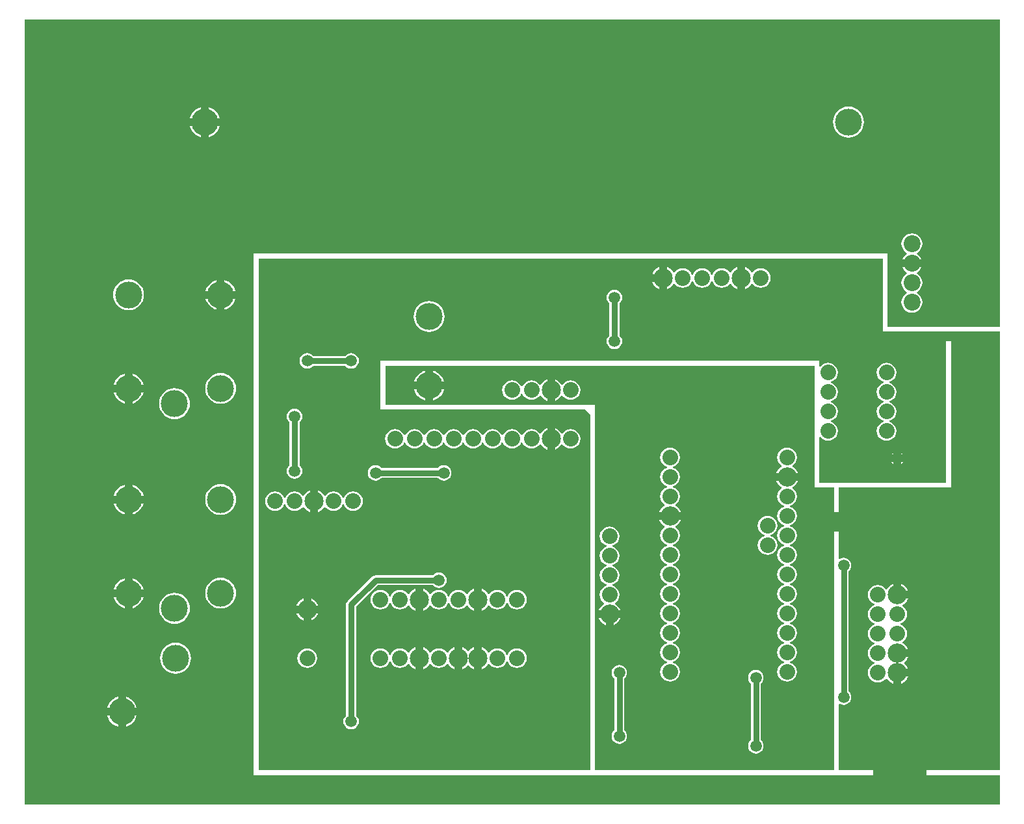
<source format=gtl>
G04 Layer_Physical_Order=1*
G04 Layer_Color=255*
%FSLAX25Y25*%
%MOIN*%
G70*
G01*
G75*
%ADD10C,0.03000*%
%ADD11C,0.13780*%
%ADD12C,0.08000*%
%ADD13C,0.09843*%
%ADD14C,0.08661*%
%ADD15C,0.05906*%
G36*
X500000Y242500D02*
X442500D01*
Y280000D01*
X117500D01*
Y12500D01*
X435000D01*
Y15000D01*
X417500D01*
Y48871D01*
X417948Y49092D01*
X418007Y49047D01*
X418968Y48649D01*
X420000Y48513D01*
X421032Y48649D01*
X421993Y49047D01*
X422819Y49681D01*
X423453Y50507D01*
X423851Y51468D01*
X423987Y52500D01*
X423851Y53532D01*
X423453Y54493D01*
X422819Y55319D01*
X422549Y55526D01*
Y116974D01*
X422819Y117181D01*
X423453Y118007D01*
X423851Y118968D01*
X423987Y120000D01*
X423851Y121032D01*
X423453Y121993D01*
X422819Y122819D01*
X421993Y123453D01*
X421032Y123851D01*
X420000Y123987D01*
X418968Y123851D01*
X418007Y123453D01*
X417948Y123408D01*
X417500Y123629D01*
Y137500D01*
X415000D01*
Y15000D01*
X292500D01*
Y202500D01*
X185000D01*
Y222500D01*
X405000D01*
Y160000D01*
X415000D01*
Y147500D01*
X417500D01*
Y160000D01*
X475000D01*
Y235000D01*
X472500D01*
Y162500D01*
X407500D01*
Y185830D01*
X408000Y186000D01*
X408434Y185434D01*
X409478Y184633D01*
X410695Y184129D01*
X412000Y183957D01*
X413305Y184129D01*
X414522Y184633D01*
X415566Y185434D01*
X416367Y186478D01*
X416871Y187695D01*
X417043Y189000D01*
X416871Y190305D01*
X416367Y191522D01*
X415566Y192566D01*
X414522Y193368D01*
X413648Y193729D01*
Y194271D01*
X414522Y194632D01*
X415566Y195434D01*
X416367Y196478D01*
X416871Y197695D01*
X417043Y199000D01*
X416871Y200305D01*
X416367Y201522D01*
X415566Y202566D01*
X414522Y203367D01*
X413648Y203729D01*
Y204271D01*
X414522Y204632D01*
X415566Y205434D01*
X416367Y206478D01*
X416871Y207695D01*
X417043Y209000D01*
X416871Y210305D01*
X416367Y211522D01*
X415566Y212566D01*
X414522Y213368D01*
X413648Y213729D01*
Y214271D01*
X414522Y214633D01*
X415566Y215434D01*
X416367Y216478D01*
X416871Y217695D01*
X417043Y219000D01*
X416871Y220305D01*
X416367Y221522D01*
X415566Y222566D01*
X414522Y223368D01*
X413305Y223871D01*
X412000Y224043D01*
X410695Y223871D01*
X409478Y223368D01*
X408434Y222566D01*
X408000Y222001D01*
X407500Y222170D01*
Y225000D01*
X182500D01*
Y200000D01*
X287500D01*
X290000Y197500D01*
Y15000D01*
X120000D01*
Y277500D01*
X440000D01*
Y240000D01*
X500000D01*
Y15000D01*
X462500D01*
Y12500D01*
X500000D01*
Y-2500D01*
X0D01*
Y400000D01*
X500000D01*
Y242500D01*
D02*
G37*
%LPC*%
G36*
X94500Y355138D02*
Y349500D01*
X100138D01*
X99825Y350534D01*
X99092Y351905D01*
X98106Y353106D01*
X96904Y354092D01*
X95534Y354824D01*
X94500Y355138D01*
D02*
G37*
G36*
X90500D02*
X89466Y354824D01*
X88095Y354092D01*
X86894Y353106D01*
X85908Y351905D01*
X85176Y350534D01*
X84862Y349500D01*
X90500D01*
Y355138D01*
D02*
G37*
G36*
X100138Y345500D02*
X94500D01*
Y339862D01*
X95534Y340176D01*
X96904Y340908D01*
X98106Y341894D01*
X99092Y343095D01*
X99825Y344466D01*
X100138Y345500D01*
D02*
G37*
G36*
X90500D02*
X84862D01*
X85176Y344466D01*
X85908Y343095D01*
X86894Y341894D01*
X88095Y340908D01*
X89466Y340176D01*
X90500Y339862D01*
Y345500D01*
D02*
G37*
G36*
X422500Y355428D02*
X420953Y355276D01*
X419466Y354824D01*
X418095Y354092D01*
X416894Y353106D01*
X415908Y351905D01*
X415175Y350534D01*
X414724Y349047D01*
X414572Y347500D01*
X414724Y345953D01*
X415175Y344466D01*
X415908Y343095D01*
X416894Y341894D01*
X418095Y340908D01*
X419466Y340176D01*
X420953Y339724D01*
X422500Y339572D01*
X424047Y339724D01*
X425534Y340176D01*
X426904Y340908D01*
X428106Y341894D01*
X429092Y343095D01*
X429824Y344466D01*
X430276Y345953D01*
X430428Y347500D01*
X430276Y349047D01*
X429824Y350534D01*
X429092Y351905D01*
X428106Y353106D01*
X426904Y354092D01*
X425534Y354824D01*
X424047Y355276D01*
X422500Y355428D01*
D02*
G37*
G36*
X455000Y290377D02*
X453608Y290194D01*
X452312Y289656D01*
X451198Y288802D01*
X450344Y287688D01*
X449806Y286392D01*
X449623Y285000D01*
X449806Y283608D01*
X450344Y282312D01*
X451198Y281198D01*
X452312Y280344D01*
X452538Y280250D01*
Y279750D01*
X452312Y279656D01*
X451198Y278802D01*
X450344Y277688D01*
X450059Y277000D01*
X455000D01*
X459941D01*
X459656Y277688D01*
X458802Y278802D01*
X457688Y279656D01*
X457462Y279750D01*
Y280250D01*
X457688Y280344D01*
X458802Y281198D01*
X459656Y282312D01*
X460193Y283608D01*
X460377Y285000D01*
X460193Y286392D01*
X459656Y287688D01*
X458802Y288802D01*
X457688Y289656D01*
X456392Y290194D01*
X455000Y290377D01*
D02*
G37*
G36*
X325500Y273081D02*
X325223Y272997D01*
X324194Y272447D01*
X323293Y271707D01*
X322553Y270806D01*
X322003Y269777D01*
X321919Y269500D01*
X325500D01*
Y273081D01*
D02*
G37*
G36*
X369500D02*
Y267500D01*
Y261919D01*
X369777Y262003D01*
X370806Y262553D01*
X371707Y263293D01*
X372447Y264194D01*
X372725Y264714D01*
X373310Y264748D01*
X373934Y263934D01*
X374978Y263133D01*
X376195Y262629D01*
X377500Y262457D01*
X378805Y262629D01*
X380022Y263133D01*
X381066Y263934D01*
X381868Y264978D01*
X382371Y266195D01*
X382543Y267500D01*
X382371Y268805D01*
X381868Y270022D01*
X381066Y271066D01*
X380022Y271867D01*
X378805Y272371D01*
X377500Y272543D01*
X376195Y272371D01*
X374978Y271867D01*
X373934Y271066D01*
X373310Y270252D01*
X372725Y270286D01*
X372447Y270806D01*
X371707Y271707D01*
X370806Y272447D01*
X369777Y272997D01*
X369500Y273081D01*
D02*
G37*
G36*
X329500D02*
Y267500D01*
Y261919D01*
X329777Y262003D01*
X330806Y262553D01*
X331707Y263293D01*
X332447Y264194D01*
X332725Y264714D01*
X333310Y264748D01*
X333934Y263934D01*
X334978Y263133D01*
X336195Y262629D01*
X337500Y262457D01*
X338805Y262629D01*
X340022Y263133D01*
X341066Y263934D01*
X341867Y264978D01*
X342229Y265852D01*
X342771D01*
X343132Y264978D01*
X343934Y263934D01*
X344978Y263133D01*
X346195Y262629D01*
X347500Y262457D01*
X348805Y262629D01*
X350022Y263133D01*
X351066Y263934D01*
X351868Y264978D01*
X352229Y265852D01*
X352771D01*
X353133Y264978D01*
X353934Y263934D01*
X354978Y263133D01*
X356195Y262629D01*
X357500Y262457D01*
X358805Y262629D01*
X360022Y263133D01*
X361066Y263934D01*
X361690Y264748D01*
X362275Y264714D01*
X362553Y264194D01*
X363293Y263293D01*
X364194Y262553D01*
X365223Y262003D01*
X365500Y261919D01*
Y267500D01*
Y273081D01*
X365223Y272997D01*
X364194Y272447D01*
X363293Y271707D01*
X362553Y270806D01*
X362275Y270286D01*
X361690Y270252D01*
X361066Y271066D01*
X360022Y271867D01*
X358805Y272371D01*
X357500Y272543D01*
X356195Y272371D01*
X354978Y271867D01*
X353934Y271066D01*
X353133Y270022D01*
X352771Y269148D01*
X352229D01*
X351868Y270022D01*
X351066Y271066D01*
X350022Y271867D01*
X348805Y272371D01*
X347500Y272543D01*
X346195Y272371D01*
X344978Y271867D01*
X343934Y271066D01*
X343132Y270022D01*
X342771Y269148D01*
X342229D01*
X341867Y270022D01*
X341066Y271066D01*
X340022Y271867D01*
X338805Y272371D01*
X337500Y272543D01*
X336195Y272371D01*
X334978Y271867D01*
X333934Y271066D01*
X333310Y270252D01*
X332725Y270286D01*
X332447Y270806D01*
X331707Y271707D01*
X330806Y272447D01*
X329777Y272997D01*
X329500Y273081D01*
D02*
G37*
G36*
X325500Y265500D02*
X321919D01*
X322003Y265223D01*
X322553Y264194D01*
X323293Y263293D01*
X324194Y262553D01*
X325223Y262003D01*
X325500Y261919D01*
Y265500D01*
D02*
G37*
G36*
X102610Y266555D02*
Y260917D01*
X108248D01*
X107935Y261951D01*
X107202Y263322D01*
X106216Y264523D01*
X105015Y265509D01*
X103644Y266242D01*
X102610Y266555D01*
D02*
G37*
G36*
X98610D02*
X97576Y266242D01*
X96206Y265509D01*
X95004Y264523D01*
X94018Y263322D01*
X93286Y261951D01*
X92972Y260917D01*
X98610D01*
Y266555D01*
D02*
G37*
G36*
X108248Y256917D02*
X102610D01*
Y251279D01*
X103644Y251593D01*
X105015Y252326D01*
X106216Y253311D01*
X107202Y254513D01*
X107935Y255883D01*
X108248Y256917D01*
D02*
G37*
G36*
X98610D02*
X92972D01*
X93286Y255883D01*
X94018Y254513D01*
X95004Y253311D01*
X96206Y252326D01*
X97576Y251593D01*
X98610Y251279D01*
Y256917D01*
D02*
G37*
G36*
X53366Y266845D02*
X51819Y266693D01*
X50332Y266242D01*
X48962Y265509D01*
X47760Y264523D01*
X46774Y263322D01*
X46042Y261951D01*
X45590Y260464D01*
X45438Y258917D01*
X45590Y257371D01*
X46042Y255883D01*
X46774Y254513D01*
X47760Y253311D01*
X48962Y252326D01*
X50332Y251593D01*
X51819Y251142D01*
X53366Y250989D01*
X54913Y251142D01*
X56400Y251593D01*
X57771Y252326D01*
X58972Y253311D01*
X59958Y254513D01*
X60691Y255883D01*
X61142Y257371D01*
X61294Y258917D01*
X61142Y260464D01*
X60691Y261951D01*
X59958Y263322D01*
X58972Y264523D01*
X57771Y265509D01*
X56400Y266242D01*
X54913Y266693D01*
X53366Y266845D01*
D02*
G37*
G36*
X459941Y273000D02*
X455000D01*
X450059D01*
X450344Y272312D01*
X451198Y271198D01*
X452312Y270344D01*
X452538Y270250D01*
Y269750D01*
X452312Y269656D01*
X451198Y268802D01*
X450344Y267688D01*
X449806Y266392D01*
X449623Y265000D01*
X449806Y263608D01*
X450344Y262312D01*
X451198Y261198D01*
X452312Y260344D01*
X452538Y260250D01*
Y259750D01*
X452312Y259656D01*
X451198Y258802D01*
X450344Y257688D01*
X449806Y256392D01*
X449623Y255000D01*
X449806Y253608D01*
X450344Y252312D01*
X451198Y251198D01*
X452312Y250344D01*
X453608Y249806D01*
X455000Y249623D01*
X456392Y249806D01*
X457688Y250344D01*
X458802Y251198D01*
X459656Y252312D01*
X460193Y253608D01*
X460377Y255000D01*
X460193Y256392D01*
X459656Y257688D01*
X458802Y258802D01*
X457688Y259656D01*
X457462Y259750D01*
Y260250D01*
X457688Y260344D01*
X458802Y261198D01*
X459656Y262312D01*
X460193Y263608D01*
X460377Y265000D01*
X460193Y266392D01*
X459656Y267688D01*
X458802Y268802D01*
X457688Y269656D01*
X457462Y269750D01*
Y270250D01*
X457688Y270344D01*
X458802Y271198D01*
X459656Y272312D01*
X459941Y273000D01*
D02*
G37*
G36*
X207500Y255644D02*
X205953Y255492D01*
X204466Y255041D01*
X203096Y254308D01*
X201894Y253322D01*
X200908Y252121D01*
X200175Y250750D01*
X199724Y249263D01*
X199572Y247716D01*
X199724Y246170D01*
X200175Y244683D01*
X200908Y243312D01*
X201894Y242111D01*
X203096Y241125D01*
X204466Y240392D01*
X205953Y239941D01*
X207500Y239789D01*
X209047Y239941D01*
X210534Y240392D01*
X211905Y241125D01*
X213106Y242111D01*
X214092Y243312D01*
X214825Y244683D01*
X215276Y246170D01*
X215428Y247716D01*
X215276Y249263D01*
X214825Y250750D01*
X214092Y252121D01*
X213106Y253322D01*
X211905Y254308D01*
X210534Y255041D01*
X209047Y255492D01*
X207500Y255644D01*
D02*
G37*
G36*
X302500Y261487D02*
X301468Y261351D01*
X300507Y260953D01*
X299681Y260319D01*
X299047Y259493D01*
X298649Y258532D01*
X298513Y257500D01*
X298649Y256468D01*
X299047Y255507D01*
X299681Y254681D01*
X299951Y254474D01*
Y238026D01*
X299681Y237819D01*
X299047Y236993D01*
X298649Y236032D01*
X298513Y235000D01*
X298649Y233968D01*
X299047Y233007D01*
X299681Y232181D01*
X300507Y231547D01*
X301468Y231149D01*
X302500Y231013D01*
X303532Y231149D01*
X304493Y231547D01*
X305319Y232181D01*
X305953Y233007D01*
X306351Y233968D01*
X306487Y235000D01*
X306351Y236032D01*
X305953Y236993D01*
X305319Y237819D01*
X305049Y238026D01*
Y254474D01*
X305319Y254681D01*
X305953Y255507D01*
X306351Y256468D01*
X306487Y257500D01*
X306351Y258532D01*
X305953Y259493D01*
X305319Y260319D01*
X304493Y260953D01*
X303532Y261351D01*
X302500Y261487D01*
D02*
G37*
G36*
X167500Y228987D02*
X166468Y228851D01*
X165507Y228453D01*
X164681Y227819D01*
X164474Y227549D01*
X148026D01*
X147819Y227819D01*
X146993Y228453D01*
X146032Y228851D01*
X145000Y228987D01*
X143968Y228851D01*
X143007Y228453D01*
X142181Y227819D01*
X141547Y226993D01*
X141149Y226032D01*
X141013Y225000D01*
X141149Y223968D01*
X141547Y223007D01*
X142181Y222181D01*
X143007Y221547D01*
X143968Y221149D01*
X145000Y221013D01*
X146032Y221149D01*
X146993Y221547D01*
X147819Y222181D01*
X148026Y222451D01*
X164474D01*
X164681Y222181D01*
X165507Y221547D01*
X166468Y221149D01*
X167500Y221013D01*
X168532Y221149D01*
X169493Y221547D01*
X170319Y222181D01*
X170953Y223007D01*
X171351Y223968D01*
X171487Y225000D01*
X171351Y226032D01*
X170953Y226993D01*
X170319Y227819D01*
X169493Y228453D01*
X168532Y228851D01*
X167500Y228987D01*
D02*
G37*
G36*
X209500Y219921D02*
Y214283D01*
X215138D01*
X214825Y215317D01*
X214092Y216688D01*
X213106Y217889D01*
X211905Y218875D01*
X210534Y219608D01*
X209500Y219921D01*
D02*
G37*
G36*
X205500D02*
X204466Y219608D01*
X203096Y218875D01*
X201894Y217889D01*
X200908Y216688D01*
X200175Y215317D01*
X199862Y214283D01*
X205500D01*
Y219921D01*
D02*
G37*
G36*
X55366Y218524D02*
Y212886D01*
X61004D01*
X60691Y213920D01*
X59958Y215290D01*
X58972Y216492D01*
X57771Y217478D01*
X56400Y218210D01*
X55366Y218524D01*
D02*
G37*
G36*
X51366D02*
X50332Y218210D01*
X48962Y217478D01*
X47760Y216492D01*
X46774Y215290D01*
X46042Y213920D01*
X45728Y212886D01*
X51366D01*
Y218524D01*
D02*
G37*
G36*
X268000Y215581D02*
X267723Y215497D01*
X266694Y214947D01*
X265793Y214207D01*
X265053Y213306D01*
X264775Y212786D01*
X264190Y212753D01*
X263566Y213566D01*
X262522Y214368D01*
X261305Y214871D01*
X260000Y215043D01*
X258695Y214871D01*
X257478Y214368D01*
X256434Y213566D01*
X255632Y212522D01*
X255271Y211648D01*
X254729D01*
X254367Y212522D01*
X253566Y213566D01*
X252522Y214368D01*
X251305Y214871D01*
X250000Y215043D01*
X248695Y214871D01*
X247478Y214368D01*
X246434Y213566D01*
X245633Y212522D01*
X245129Y211305D01*
X244957Y210000D01*
X245129Y208695D01*
X245633Y207478D01*
X246434Y206434D01*
X247478Y205632D01*
X248695Y205129D01*
X250000Y204957D01*
X251305Y205129D01*
X252522Y205632D01*
X253566Y206434D01*
X254367Y207478D01*
X254729Y208352D01*
X255271D01*
X255632Y207478D01*
X256434Y206434D01*
X257478Y205632D01*
X258695Y205129D01*
X260000Y204957D01*
X261305Y205129D01*
X262522Y205632D01*
X263566Y206434D01*
X264190Y207247D01*
X264775Y207214D01*
X265053Y206694D01*
X265793Y205793D01*
X266694Y205053D01*
X267723Y204503D01*
X268000Y204419D01*
Y210000D01*
Y215581D01*
D02*
G37*
G36*
X272000Y215581D02*
Y210000D01*
Y204419D01*
X272277Y204503D01*
X273306Y205053D01*
X274207Y205793D01*
X274947Y206694D01*
X275225Y207214D01*
X275810Y207247D01*
X276434Y206434D01*
X277478Y205632D01*
X278695Y205129D01*
X280000Y204957D01*
X281305Y205129D01*
X282522Y205632D01*
X283566Y206434D01*
X284367Y207478D01*
X284871Y208695D01*
X285043Y210000D01*
X284871Y211305D01*
X284367Y212522D01*
X283566Y213566D01*
X282522Y214368D01*
X281305Y214871D01*
X280000Y215043D01*
X278695Y214871D01*
X277478Y214368D01*
X276434Y213566D01*
X275810Y212753D01*
X275225Y212786D01*
X274947Y213306D01*
X274207Y214207D01*
X273306Y214947D01*
X272277Y215497D01*
X272000Y215581D01*
D02*
G37*
G36*
X215138Y210283D02*
X209500D01*
Y204645D01*
X210534Y204959D01*
X211905Y205692D01*
X213106Y206678D01*
X214092Y207879D01*
X214825Y209250D01*
X215138Y210283D01*
D02*
G37*
G36*
X205500D02*
X199862D01*
X200175Y209250D01*
X200908Y207879D01*
X201894Y206678D01*
X203096Y205692D01*
X204466Y204959D01*
X205500Y204645D01*
Y210283D01*
D02*
G37*
G36*
X61004Y208886D02*
X55366D01*
Y203248D01*
X56400Y203561D01*
X57771Y204294D01*
X58972Y205280D01*
X59958Y206481D01*
X60691Y207852D01*
X61004Y208886D01*
D02*
G37*
G36*
X51366D02*
X45728D01*
X46042Y207852D01*
X46774Y206481D01*
X47760Y205280D01*
X48962Y204294D01*
X50332Y203561D01*
X51366Y203248D01*
Y208886D01*
D02*
G37*
G36*
X100610Y218814D02*
X99064Y218661D01*
X97576Y218210D01*
X96206Y217478D01*
X95004Y216492D01*
X94018Y215290D01*
X93286Y213920D01*
X92835Y212433D01*
X92682Y210886D01*
X92835Y209339D01*
X93286Y207852D01*
X94018Y206481D01*
X95004Y205280D01*
X96206Y204294D01*
X97576Y203561D01*
X99064Y203110D01*
X100610Y202958D01*
X102157Y203110D01*
X103644Y203561D01*
X105015Y204294D01*
X106216Y205280D01*
X107202Y206481D01*
X107935Y207852D01*
X108386Y209339D01*
X108538Y210886D01*
X108386Y212433D01*
X107935Y213920D01*
X107202Y215290D01*
X106216Y216492D01*
X105015Y217478D01*
X103644Y218210D01*
X102157Y218661D01*
X100610Y218814D01*
D02*
G37*
G36*
X76988Y210940D02*
X75441Y210787D01*
X73954Y210336D01*
X72584Y209604D01*
X71382Y208618D01*
X70396Y207416D01*
X69664Y206046D01*
X69213Y204558D01*
X69060Y203012D01*
X69213Y201465D01*
X69664Y199978D01*
X70396Y198607D01*
X71382Y197406D01*
X72584Y196420D01*
X73954Y195687D01*
X75441Y195236D01*
X76988Y195084D01*
X78535Y195236D01*
X80022Y195687D01*
X81393Y196420D01*
X82594Y197406D01*
X83580Y198607D01*
X84313Y199978D01*
X84764Y201465D01*
X84916Y203012D01*
X84764Y204558D01*
X84313Y206046D01*
X83580Y207416D01*
X82594Y208618D01*
X81393Y209604D01*
X80022Y210336D01*
X78535Y210787D01*
X76988Y210940D01*
D02*
G37*
G36*
X268000Y190581D02*
X267723Y190497D01*
X266694Y189947D01*
X265793Y189207D01*
X265053Y188306D01*
X264775Y187786D01*
X264190Y187752D01*
X263566Y188566D01*
X262522Y189367D01*
X261305Y189871D01*
X260000Y190043D01*
X258695Y189871D01*
X257478Y189367D01*
X256434Y188566D01*
X255632Y187522D01*
X255271Y186648D01*
X254729D01*
X254367Y187522D01*
X253566Y188566D01*
X252522Y189367D01*
X251305Y189871D01*
X250000Y190043D01*
X248695Y189871D01*
X247478Y189367D01*
X246434Y188566D01*
X245633Y187522D01*
X245271Y186648D01*
X244729D01*
X244368Y187522D01*
X243566Y188566D01*
X242522Y189367D01*
X241305Y189871D01*
X240000Y190043D01*
X238695Y189871D01*
X237478Y189367D01*
X236434Y188566D01*
X235632Y187522D01*
X235271Y186648D01*
X234729D01*
X234367Y187522D01*
X233566Y188566D01*
X232522Y189367D01*
X231305Y189871D01*
X230000Y190043D01*
X228695Y189871D01*
X227478Y189367D01*
X226434Y188566D01*
X225633Y187522D01*
X225271Y186648D01*
X224729D01*
X224367Y187522D01*
X223566Y188566D01*
X222522Y189367D01*
X221305Y189871D01*
X220000Y190043D01*
X218695Y189871D01*
X217478Y189367D01*
X216434Y188566D01*
X215633Y187522D01*
X215271Y186648D01*
X214729D01*
X214368Y187522D01*
X213566Y188566D01*
X212522Y189367D01*
X211305Y189871D01*
X210000Y190043D01*
X208695Y189871D01*
X207478Y189367D01*
X206434Y188566D01*
X205632Y187522D01*
X205271Y186648D01*
X204729D01*
X204367Y187522D01*
X203566Y188566D01*
X202522Y189367D01*
X201305Y189871D01*
X200000Y190043D01*
X198695Y189871D01*
X197478Y189367D01*
X196434Y188566D01*
X195633Y187522D01*
X195271Y186648D01*
X194729D01*
X194368Y187522D01*
X193566Y188566D01*
X192522Y189367D01*
X191305Y189871D01*
X190000Y190043D01*
X188695Y189871D01*
X187478Y189367D01*
X186434Y188566D01*
X185633Y187522D01*
X185129Y186305D01*
X184957Y185000D01*
X185129Y183695D01*
X185633Y182478D01*
X186434Y181434D01*
X187478Y180632D01*
X188695Y180129D01*
X190000Y179957D01*
X191305Y180129D01*
X192522Y180632D01*
X193566Y181434D01*
X194368Y182478D01*
X194729Y183352D01*
X195271D01*
X195633Y182478D01*
X196434Y181434D01*
X197478Y180632D01*
X198695Y180129D01*
X200000Y179957D01*
X201305Y180129D01*
X202522Y180632D01*
X203566Y181434D01*
X204367Y182478D01*
X204729Y183352D01*
X205271D01*
X205632Y182478D01*
X206434Y181434D01*
X207478Y180632D01*
X208695Y180129D01*
X210000Y179957D01*
X211305Y180129D01*
X212522Y180632D01*
X213566Y181434D01*
X214368Y182478D01*
X214729Y183352D01*
X215271D01*
X215633Y182478D01*
X216434Y181434D01*
X217478Y180632D01*
X218695Y180129D01*
X220000Y179957D01*
X221305Y180129D01*
X222522Y180632D01*
X223566Y181434D01*
X224367Y182478D01*
X224729Y183352D01*
X225271D01*
X225633Y182478D01*
X226434Y181434D01*
X227478Y180632D01*
X228695Y180129D01*
X230000Y179957D01*
X231305Y180129D01*
X232522Y180632D01*
X233566Y181434D01*
X234367Y182478D01*
X234729Y183352D01*
X235271D01*
X235632Y182478D01*
X236434Y181434D01*
X237478Y180632D01*
X238695Y180129D01*
X240000Y179957D01*
X241305Y180129D01*
X242522Y180632D01*
X243566Y181434D01*
X244368Y182478D01*
X244729Y183352D01*
X245271D01*
X245633Y182478D01*
X246434Y181434D01*
X247478Y180632D01*
X248695Y180129D01*
X250000Y179957D01*
X251305Y180129D01*
X252522Y180632D01*
X253566Y181434D01*
X254367Y182478D01*
X254729Y183352D01*
X255271D01*
X255632Y182478D01*
X256434Y181434D01*
X257478Y180632D01*
X258695Y180129D01*
X260000Y179957D01*
X261305Y180129D01*
X262522Y180632D01*
X263566Y181434D01*
X264190Y182247D01*
X264775Y182214D01*
X265053Y181694D01*
X265793Y180793D01*
X266694Y180053D01*
X267723Y179503D01*
X268000Y179419D01*
Y185000D01*
Y190581D01*
D02*
G37*
G36*
X442000Y224043D02*
X440695Y223871D01*
X439478Y223368D01*
X438434Y222566D01*
X437633Y221522D01*
X437129Y220305D01*
X436957Y219000D01*
X437129Y217695D01*
X437633Y216478D01*
X438434Y215434D01*
X439478Y214633D01*
X440352Y214271D01*
Y213729D01*
X439478Y213368D01*
X438434Y212566D01*
X437633Y211522D01*
X437129Y210305D01*
X436957Y209000D01*
X437129Y207695D01*
X437633Y206478D01*
X438434Y205434D01*
X439478Y204632D01*
X440352Y204271D01*
Y203729D01*
X439478Y203367D01*
X438434Y202566D01*
X437633Y201522D01*
X437129Y200305D01*
X436957Y199000D01*
X437129Y197695D01*
X437633Y196478D01*
X438434Y195434D01*
X439478Y194632D01*
X440352Y194271D01*
Y193729D01*
X439478Y193368D01*
X438434Y192566D01*
X437633Y191522D01*
X437129Y190305D01*
X436957Y189000D01*
X437129Y187695D01*
X437633Y186478D01*
X438434Y185434D01*
X439478Y184633D01*
X440695Y184129D01*
X442000Y183957D01*
X443305Y184129D01*
X444522Y184633D01*
X445566Y185434D01*
X446368Y186478D01*
X446871Y187695D01*
X447043Y189000D01*
X446871Y190305D01*
X446368Y191522D01*
X445566Y192566D01*
X444522Y193368D01*
X443648Y193729D01*
Y194271D01*
X444522Y194632D01*
X445566Y195434D01*
X446368Y196478D01*
X446871Y197695D01*
X447043Y199000D01*
X446871Y200305D01*
X446368Y201522D01*
X445566Y202566D01*
X444522Y203367D01*
X443648Y203729D01*
Y204271D01*
X444522Y204632D01*
X445566Y205434D01*
X446368Y206478D01*
X446871Y207695D01*
X447043Y209000D01*
X446871Y210305D01*
X446368Y211522D01*
X445566Y212566D01*
X444522Y213368D01*
X443648Y213729D01*
Y214271D01*
X444522Y214633D01*
X445566Y215434D01*
X446368Y216478D01*
X446871Y217695D01*
X447043Y219000D01*
X446871Y220305D01*
X446368Y221522D01*
X445566Y222566D01*
X444522Y223368D01*
X443305Y223871D01*
X442000Y224043D01*
D02*
G37*
G36*
X272000Y190581D02*
Y185000D01*
Y179419D01*
X272277Y179503D01*
X273306Y180053D01*
X274207Y180793D01*
X274947Y181694D01*
X275225Y182214D01*
X275810Y182247D01*
X276434Y181434D01*
X277478Y180632D01*
X278695Y180129D01*
X280000Y179957D01*
X281305Y180129D01*
X282522Y180632D01*
X283566Y181434D01*
X284367Y182478D01*
X284871Y183695D01*
X285043Y185000D01*
X284871Y186305D01*
X284367Y187522D01*
X283566Y188566D01*
X282522Y189367D01*
X281305Y189871D01*
X280000Y190043D01*
X278695Y189871D01*
X277478Y189367D01*
X276434Y188566D01*
X275810Y187752D01*
X275225Y187786D01*
X274947Y188306D01*
X274207Y189207D01*
X273306Y189947D01*
X272277Y190497D01*
X272000Y190581D01*
D02*
G37*
G36*
X449500Y177877D02*
Y177000D01*
X450377D01*
X449996Y177496D01*
X449500Y177877D01*
D02*
G37*
G36*
X445500D02*
X445004Y177496D01*
X444623Y177000D01*
X445500D01*
Y177877D01*
D02*
G37*
G36*
X450377Y173000D02*
X449500D01*
Y172123D01*
X449996Y172504D01*
X450377Y173000D01*
D02*
G37*
G36*
X445500D02*
X444623D01*
X445004Y172504D01*
X445500Y172123D01*
Y173000D01*
D02*
G37*
G36*
X215000Y171487D02*
X213968Y171351D01*
X213007Y170953D01*
X212181Y170319D01*
X211974Y170049D01*
X183026D01*
X182819Y170319D01*
X181993Y170953D01*
X181032Y171351D01*
X180000Y171487D01*
X178968Y171351D01*
X178007Y170953D01*
X177181Y170319D01*
X176547Y169493D01*
X176149Y168532D01*
X176013Y167500D01*
X176149Y166468D01*
X176547Y165507D01*
X177181Y164681D01*
X178007Y164047D01*
X178968Y163649D01*
X180000Y163513D01*
X181032Y163649D01*
X181993Y164047D01*
X182819Y164681D01*
X183026Y164951D01*
X211974D01*
X212181Y164681D01*
X213007Y164047D01*
X213968Y163649D01*
X215000Y163513D01*
X216032Y163649D01*
X216993Y164047D01*
X217819Y164681D01*
X218453Y165507D01*
X218851Y166468D01*
X218987Y167500D01*
X218851Y168532D01*
X218453Y169493D01*
X217819Y170319D01*
X216993Y170953D01*
X216032Y171351D01*
X215000Y171487D01*
D02*
G37*
G36*
X391000Y180543D02*
X389695Y180371D01*
X388478Y179867D01*
X387434Y179066D01*
X386632Y178022D01*
X386129Y176805D01*
X385957Y175500D01*
X386129Y174195D01*
X386632Y172978D01*
X387434Y171934D01*
X388247Y171310D01*
X388214Y170725D01*
X387694Y170447D01*
X386793Y169707D01*
X386053Y168806D01*
X385503Y167777D01*
X385419Y167500D01*
X396581D01*
X396497Y167777D01*
X395947Y168806D01*
X395207Y169707D01*
X394306Y170447D01*
X393786Y170725D01*
X393753Y171310D01*
X394566Y171934D01*
X395368Y172978D01*
X395871Y174195D01*
X396043Y175500D01*
X395871Y176805D01*
X395368Y178022D01*
X394566Y179066D01*
X393522Y179867D01*
X392305Y180371D01*
X391000Y180543D01*
D02*
G37*
G36*
X138500Y200487D02*
X137468Y200351D01*
X136507Y199953D01*
X135681Y199319D01*
X135047Y198493D01*
X134649Y197532D01*
X134513Y196500D01*
X134649Y195468D01*
X135047Y194507D01*
X135681Y193681D01*
X135951Y193474D01*
Y171526D01*
X135681Y171319D01*
X135047Y170493D01*
X134649Y169532D01*
X134513Y168500D01*
X134649Y167468D01*
X135047Y166507D01*
X135681Y165681D01*
X136507Y165047D01*
X137468Y164649D01*
X138500Y164513D01*
X139532Y164649D01*
X140493Y165047D01*
X141319Y165681D01*
X141953Y166507D01*
X142351Y167468D01*
X142487Y168500D01*
X142351Y169532D01*
X141953Y170493D01*
X141319Y171319D01*
X141049Y171526D01*
Y193474D01*
X141319Y193681D01*
X141953Y194507D01*
X142351Y195468D01*
X142487Y196500D01*
X142351Y197532D01*
X141953Y198493D01*
X141319Y199319D01*
X140493Y199953D01*
X139532Y200351D01*
X138500Y200487D01*
D02*
G37*
G36*
X55366Y161555D02*
Y155917D01*
X61004D01*
X60691Y156951D01*
X59958Y158322D01*
X58972Y159523D01*
X57771Y160509D01*
X56400Y161242D01*
X55366Y161555D01*
D02*
G37*
G36*
X51366D02*
X50332Y161242D01*
X48962Y160509D01*
X47760Y159523D01*
X46774Y158322D01*
X46042Y156951D01*
X45728Y155917D01*
X51366D01*
Y161555D01*
D02*
G37*
G36*
X146500Y158581D02*
X146223Y158497D01*
X145194Y157947D01*
X144293Y157207D01*
X143553Y156306D01*
X143275Y155786D01*
X142690Y155753D01*
X142066Y156566D01*
X141022Y157368D01*
X139805Y157871D01*
X138500Y158043D01*
X137195Y157871D01*
X135978Y157368D01*
X134934Y156566D01*
X134133Y155522D01*
X133771Y154648D01*
X133229D01*
X132868Y155522D01*
X132066Y156566D01*
X131022Y157368D01*
X129805Y157871D01*
X128500Y158043D01*
X127195Y157871D01*
X125978Y157368D01*
X124934Y156566D01*
X124133Y155522D01*
X123629Y154305D01*
X123457Y153000D01*
X123629Y151695D01*
X124133Y150478D01*
X124934Y149434D01*
X125978Y148633D01*
X127195Y148129D01*
X128500Y147957D01*
X129805Y148129D01*
X131022Y148633D01*
X132066Y149434D01*
X132868Y150478D01*
X133229Y151352D01*
X133771D01*
X134133Y150478D01*
X134934Y149434D01*
X135978Y148633D01*
X137195Y148129D01*
X138500Y147957D01*
X139805Y148129D01*
X141022Y148633D01*
X142066Y149434D01*
X142690Y150248D01*
X143275Y150214D01*
X143553Y149694D01*
X144293Y148793D01*
X145194Y148053D01*
X146223Y147503D01*
X146500Y147419D01*
Y153000D01*
Y158581D01*
D02*
G37*
G36*
X150500D02*
Y153000D01*
Y147419D01*
X150777Y147503D01*
X151806Y148053D01*
X152707Y148793D01*
X153447Y149694D01*
X153725Y150214D01*
X154310Y150248D01*
X154934Y149434D01*
X155978Y148633D01*
X157195Y148129D01*
X158500Y147957D01*
X159805Y148129D01*
X161022Y148633D01*
X162066Y149434D01*
X162867Y150478D01*
X163229Y151352D01*
X163771D01*
X164132Y150478D01*
X164934Y149434D01*
X165978Y148633D01*
X167195Y148129D01*
X168500Y147957D01*
X169805Y148129D01*
X171022Y148633D01*
X172066Y149434D01*
X172868Y150478D01*
X173371Y151695D01*
X173543Y153000D01*
X173371Y154305D01*
X172868Y155522D01*
X172066Y156566D01*
X171022Y157368D01*
X169805Y157871D01*
X168500Y158043D01*
X167195Y157871D01*
X165978Y157368D01*
X164934Y156566D01*
X164132Y155522D01*
X163771Y154648D01*
X163229D01*
X162867Y155522D01*
X162066Y156566D01*
X161022Y157368D01*
X159805Y157871D01*
X158500Y158043D01*
X157195Y157871D01*
X155978Y157368D01*
X154934Y156566D01*
X154310Y155753D01*
X153725Y155786D01*
X153447Y156306D01*
X152707Y157207D01*
X151806Y157947D01*
X150777Y158497D01*
X150500Y158581D01*
D02*
G37*
G36*
X331000Y180543D02*
X329695Y180371D01*
X328478Y179867D01*
X327434Y179066D01*
X326632Y178022D01*
X326129Y176805D01*
X325957Y175500D01*
X326129Y174195D01*
X326632Y172978D01*
X327434Y171934D01*
X328478Y171133D01*
X329352Y170771D01*
Y170229D01*
X328478Y169868D01*
X327434Y169066D01*
X326632Y168022D01*
X326129Y166805D01*
X325957Y165500D01*
X326129Y164195D01*
X326632Y162978D01*
X327434Y161934D01*
X328478Y161133D01*
X329352Y160771D01*
Y160229D01*
X328478Y159868D01*
X327434Y159066D01*
X326632Y158022D01*
X326129Y156805D01*
X325957Y155500D01*
X326129Y154195D01*
X326632Y152978D01*
X327434Y151934D01*
X328247Y151310D01*
X328214Y150725D01*
X327694Y150447D01*
X326793Y149707D01*
X326053Y148806D01*
X325503Y147777D01*
X325419Y147500D01*
X336581D01*
X336497Y147777D01*
X335947Y148806D01*
X335207Y149707D01*
X334306Y150447D01*
X333786Y150725D01*
X333752Y151310D01*
X334566Y151934D01*
X335367Y152978D01*
X335871Y154195D01*
X336043Y155500D01*
X335871Y156805D01*
X335367Y158022D01*
X334566Y159066D01*
X333522Y159868D01*
X332648Y160229D01*
Y160771D01*
X333522Y161133D01*
X334566Y161934D01*
X335367Y162978D01*
X335871Y164195D01*
X336043Y165500D01*
X335871Y166805D01*
X335367Y168022D01*
X334566Y169066D01*
X333522Y169868D01*
X332648Y170229D01*
Y170771D01*
X333522Y171133D01*
X334566Y171934D01*
X335367Y172978D01*
X335871Y174195D01*
X336043Y175500D01*
X335871Y176805D01*
X335367Y178022D01*
X334566Y179066D01*
X333522Y179867D01*
X332305Y180371D01*
X331000Y180543D01*
D02*
G37*
G36*
X61004Y151917D02*
X55366D01*
Y146279D01*
X56400Y146593D01*
X57771Y147326D01*
X58972Y148311D01*
X59958Y149513D01*
X60691Y150883D01*
X61004Y151917D01*
D02*
G37*
G36*
X51366D02*
X45728D01*
X46042Y150883D01*
X46774Y149513D01*
X47760Y148311D01*
X48962Y147326D01*
X50332Y146593D01*
X51366Y146279D01*
Y151917D01*
D02*
G37*
G36*
X100610Y161845D02*
X99064Y161693D01*
X97576Y161242D01*
X96206Y160509D01*
X95004Y159523D01*
X94018Y158322D01*
X93286Y156951D01*
X92835Y155464D01*
X92682Y153917D01*
X92835Y152371D01*
X93286Y150883D01*
X94018Y149513D01*
X95004Y148311D01*
X96206Y147326D01*
X97576Y146593D01*
X99064Y146142D01*
X100610Y145989D01*
X102157Y146142D01*
X103644Y146593D01*
X105015Y147326D01*
X106216Y148311D01*
X107202Y149513D01*
X107935Y150883D01*
X108386Y152371D01*
X108538Y153917D01*
X108386Y155464D01*
X107935Y156951D01*
X107202Y158322D01*
X106216Y159523D01*
X105015Y160509D01*
X103644Y161242D01*
X102157Y161693D01*
X100610Y161845D01*
D02*
G37*
G36*
X381000Y145543D02*
X379695Y145371D01*
X378478Y144868D01*
X377434Y144066D01*
X376632Y143022D01*
X376129Y141805D01*
X375957Y140500D01*
X376129Y139195D01*
X376632Y137978D01*
X377434Y136934D01*
X378478Y136133D01*
X379352Y135771D01*
Y135229D01*
X378478Y134868D01*
X377434Y134066D01*
X376632Y133022D01*
X376129Y131805D01*
X375957Y130500D01*
X376129Y129195D01*
X376632Y127978D01*
X377434Y126934D01*
X378478Y126133D01*
X379695Y125629D01*
X381000Y125457D01*
X382305Y125629D01*
X383522Y126133D01*
X384566Y126934D01*
X385367Y127978D01*
X385871Y129195D01*
X386043Y130500D01*
X385871Y131805D01*
X385367Y133022D01*
X384566Y134066D01*
X383522Y134868D01*
X382648Y135229D01*
Y135771D01*
X383522Y136133D01*
X384566Y136934D01*
X385367Y137978D01*
X385871Y139195D01*
X386043Y140500D01*
X385871Y141805D01*
X385367Y143022D01*
X384566Y144066D01*
X383522Y144868D01*
X382305Y145371D01*
X381000Y145543D01*
D02*
G37*
G36*
X212500Y116487D02*
X211468Y116351D01*
X210507Y115953D01*
X209681Y115319D01*
X209474Y115049D01*
X180000D01*
X179025Y114855D01*
X178198Y114302D01*
X165698Y101802D01*
X165145Y100976D01*
X164951Y100000D01*
Y43026D01*
X164681Y42819D01*
X164047Y41993D01*
X163649Y41032D01*
X163513Y40000D01*
X163649Y38968D01*
X164047Y38007D01*
X164681Y37181D01*
X165507Y36547D01*
X166468Y36149D01*
X167500Y36013D01*
X168532Y36149D01*
X169493Y36547D01*
X170319Y37181D01*
X170953Y38007D01*
X171351Y38968D01*
X171487Y40000D01*
X171351Y41032D01*
X170953Y41993D01*
X170319Y42819D01*
X170049Y43026D01*
Y98944D01*
X181056Y109951D01*
X209474D01*
X209681Y109681D01*
X210507Y109047D01*
X211468Y108649D01*
X212500Y108513D01*
X213532Y108649D01*
X214493Y109047D01*
X215319Y109681D01*
X215953Y110507D01*
X216351Y111468D01*
X216487Y112500D01*
X216351Y113532D01*
X215953Y114493D01*
X215319Y115319D01*
X214493Y115953D01*
X213532Y116351D01*
X212500Y116487D01*
D02*
G37*
G36*
X55366Y113524D02*
Y107886D01*
X61004D01*
X60691Y108920D01*
X59958Y110290D01*
X58972Y111492D01*
X57771Y112478D01*
X56400Y113210D01*
X55366Y113524D01*
D02*
G37*
G36*
X51366D02*
X50332Y113210D01*
X48962Y112478D01*
X47760Y111492D01*
X46774Y110290D01*
X46042Y108920D01*
X45728Y107886D01*
X51366D01*
Y113524D01*
D02*
G37*
G36*
X445500Y110581D02*
X445223Y110497D01*
X444194Y109947D01*
X443293Y109207D01*
X442553Y108306D01*
X442275Y107786D01*
X441690Y107753D01*
X441066Y108566D01*
X440022Y109368D01*
X438805Y109871D01*
X437500Y110043D01*
X436195Y109871D01*
X434978Y109368D01*
X433934Y108566D01*
X433133Y107522D01*
X432629Y106305D01*
X432457Y105000D01*
X432629Y103695D01*
X433133Y102478D01*
X433934Y101434D01*
X434978Y100633D01*
X435852Y100271D01*
Y99729D01*
X434978Y99367D01*
X433934Y98566D01*
X433133Y97522D01*
X432629Y96305D01*
X432457Y95000D01*
X432629Y93695D01*
X433133Y92478D01*
X433934Y91434D01*
X434978Y90632D01*
X435852Y90271D01*
Y89729D01*
X434978Y89368D01*
X433934Y88566D01*
X433133Y87522D01*
X432629Y86305D01*
X432457Y85000D01*
X432629Y83695D01*
X433133Y82478D01*
X433934Y81434D01*
X434978Y80633D01*
X435852Y80271D01*
Y79729D01*
X434978Y79368D01*
X433934Y78566D01*
X433133Y77522D01*
X432629Y76305D01*
X432457Y75000D01*
X432629Y73695D01*
X433133Y72478D01*
X433934Y71434D01*
X434978Y70632D01*
X435852Y70271D01*
Y69729D01*
X434978Y69367D01*
X433934Y68566D01*
X433133Y67522D01*
X432629Y66305D01*
X432457Y65000D01*
X432629Y63695D01*
X433133Y62478D01*
X433934Y61434D01*
X434978Y60632D01*
X436195Y60129D01*
X437500Y59957D01*
X438805Y60129D01*
X440022Y60632D01*
X441066Y61434D01*
X441690Y62248D01*
X442275Y62214D01*
X442553Y61694D01*
X443293Y60793D01*
X444194Y60053D01*
X445223Y59503D01*
X445500Y59419D01*
Y65000D01*
X447500D01*
Y67000D01*
X453081D01*
X452997Y67277D01*
X452447Y68306D01*
X451707Y69207D01*
X451135Y69677D01*
Y70323D01*
X451707Y70793D01*
X452447Y71694D01*
X452997Y72723D01*
X453081Y73000D01*
X447500D01*
Y77000D01*
X453081D01*
X452997Y77277D01*
X452447Y78306D01*
X451707Y79207D01*
X450806Y79947D01*
X450286Y80225D01*
X450252Y80810D01*
X451066Y81434D01*
X451867Y82478D01*
X452371Y83695D01*
X452543Y85000D01*
X452371Y86305D01*
X451867Y87522D01*
X451066Y88566D01*
X450022Y89368D01*
X449148Y89729D01*
Y90271D01*
X450022Y90632D01*
X451066Y91434D01*
X451867Y92478D01*
X452371Y93695D01*
X452543Y95000D01*
X452371Y96305D01*
X451867Y97522D01*
X451066Y98566D01*
X450252Y99190D01*
X450286Y99775D01*
X450806Y100053D01*
X451707Y100793D01*
X452447Y101694D01*
X452997Y102723D01*
X453081Y103000D01*
X447500D01*
Y105000D01*
X445500D01*
Y110581D01*
D02*
G37*
G36*
X449500D02*
Y107000D01*
X453081D01*
X452997Y107277D01*
X452447Y108306D01*
X451707Y109207D01*
X450806Y109947D01*
X449777Y110497D01*
X449500Y110581D01*
D02*
G37*
G36*
X200500Y108081D02*
X200223Y107997D01*
X199194Y107447D01*
X198293Y106707D01*
X197553Y105806D01*
X197275Y105286D01*
X196690Y105253D01*
X196066Y106066D01*
X195022Y106868D01*
X193805Y107371D01*
X192500Y107543D01*
X191195Y107371D01*
X189978Y106868D01*
X188934Y106066D01*
X188133Y105022D01*
X187771Y104148D01*
X187229D01*
X186867Y105022D01*
X186066Y106066D01*
X185022Y106868D01*
X183805Y107371D01*
X182500Y107543D01*
X181195Y107371D01*
X179978Y106868D01*
X178934Y106066D01*
X178132Y105022D01*
X177629Y103805D01*
X177457Y102500D01*
X177629Y101195D01*
X178132Y99978D01*
X178934Y98934D01*
X179978Y98132D01*
X181195Y97629D01*
X182500Y97457D01*
X183805Y97629D01*
X185022Y98132D01*
X186066Y98934D01*
X186867Y99978D01*
X187229Y100852D01*
X187771D01*
X188133Y99978D01*
X188934Y98934D01*
X189978Y98132D01*
X191195Y97629D01*
X192500Y97457D01*
X193805Y97629D01*
X195022Y98132D01*
X196066Y98934D01*
X196690Y99748D01*
X197275Y99714D01*
X197553Y99194D01*
X198293Y98293D01*
X199194Y97553D01*
X200223Y97003D01*
X200500Y96919D01*
Y102500D01*
Y108081D01*
D02*
G37*
G36*
X147000Y103081D02*
Y99500D01*
X150581D01*
X150497Y99777D01*
X149947Y100806D01*
X149207Y101707D01*
X148306Y102447D01*
X147277Y102997D01*
X147000Y103081D01*
D02*
G37*
G36*
X143000Y103081D02*
X142723Y102997D01*
X141694Y102447D01*
X140793Y101707D01*
X140053Y100806D01*
X139503Y99777D01*
X139419Y99500D01*
X143000D01*
Y103081D01*
D02*
G37*
G36*
X61004Y103886D02*
X55366D01*
Y98248D01*
X56400Y98561D01*
X57771Y99294D01*
X58972Y100280D01*
X59958Y101481D01*
X60691Y102852D01*
X61004Y103886D01*
D02*
G37*
G36*
X51366D02*
X45728D01*
X46042Y102852D01*
X46774Y101481D01*
X47760Y100280D01*
X48962Y99294D01*
X50332Y98561D01*
X51366Y98248D01*
Y103886D01*
D02*
G37*
G36*
X100610Y113814D02*
X99064Y113661D01*
X97576Y113210D01*
X96206Y112478D01*
X95004Y111492D01*
X94018Y110290D01*
X93286Y108920D01*
X92835Y107432D01*
X92682Y105886D01*
X92835Y104339D01*
X93286Y102852D01*
X94018Y101481D01*
X95004Y100280D01*
X96206Y99294D01*
X97576Y98561D01*
X99064Y98110D01*
X100610Y97958D01*
X102157Y98110D01*
X103644Y98561D01*
X105015Y99294D01*
X106216Y100280D01*
X107202Y101481D01*
X107935Y102852D01*
X108386Y104339D01*
X108538Y105886D01*
X108386Y107432D01*
X107935Y108920D01*
X107202Y110290D01*
X106216Y111492D01*
X105015Y112478D01*
X103644Y113210D01*
X102157Y113661D01*
X100610Y113814D01*
D02*
G37*
G36*
X234500Y108081D02*
Y102500D01*
Y96919D01*
X234777Y97003D01*
X235806Y97553D01*
X236707Y98293D01*
X237447Y99194D01*
X237725Y99714D01*
X238310Y99748D01*
X238934Y98934D01*
X239978Y98132D01*
X241195Y97629D01*
X242500Y97457D01*
X243805Y97629D01*
X245022Y98132D01*
X246066Y98934D01*
X246867Y99978D01*
X247229Y100852D01*
X247771D01*
X248132Y99978D01*
X248934Y98934D01*
X249978Y98132D01*
X251195Y97629D01*
X252500Y97457D01*
X253805Y97629D01*
X255022Y98132D01*
X256066Y98934D01*
X256868Y99978D01*
X257371Y101195D01*
X257543Y102500D01*
X257371Y103805D01*
X256868Y105022D01*
X256066Y106066D01*
X255022Y106868D01*
X253805Y107371D01*
X252500Y107543D01*
X251195Y107371D01*
X249978Y106868D01*
X248934Y106066D01*
X248132Y105022D01*
X247771Y104148D01*
X247229D01*
X246867Y105022D01*
X246066Y106066D01*
X245022Y106868D01*
X243805Y107371D01*
X242500Y107543D01*
X241195Y107371D01*
X239978Y106868D01*
X238934Y106066D01*
X238310Y105253D01*
X237725Y105286D01*
X237447Y105806D01*
X236707Y106707D01*
X235806Y107447D01*
X234777Y107997D01*
X234500Y108081D01*
D02*
G37*
G36*
X300000Y140043D02*
X298695Y139871D01*
X297478Y139367D01*
X296434Y138566D01*
X295633Y137522D01*
X295129Y136305D01*
X294957Y135000D01*
X295129Y133695D01*
X295633Y132478D01*
X296434Y131434D01*
X297478Y130632D01*
X298352Y130271D01*
Y129729D01*
X297478Y129367D01*
X296434Y128566D01*
X295633Y127522D01*
X295129Y126305D01*
X294957Y125000D01*
X295129Y123695D01*
X295633Y122478D01*
X296434Y121434D01*
X297478Y120633D01*
X298352Y120271D01*
Y119729D01*
X297478Y119368D01*
X296434Y118566D01*
X295633Y117522D01*
X295129Y116305D01*
X294957Y115000D01*
X295129Y113695D01*
X295633Y112478D01*
X296434Y111434D01*
X297478Y110633D01*
X298352Y110271D01*
Y109729D01*
X297478Y109368D01*
X296434Y108566D01*
X295633Y107522D01*
X295129Y106305D01*
X294957Y105000D01*
X295129Y103695D01*
X295633Y102478D01*
X296434Y101434D01*
X297248Y100810D01*
X297214Y100225D01*
X296694Y99947D01*
X295793Y99207D01*
X295053Y98306D01*
X294503Y97277D01*
X294419Y97000D01*
X300000D01*
X305581D01*
X305497Y97277D01*
X304947Y98306D01*
X304207Y99207D01*
X303306Y99947D01*
X302786Y100225D01*
X302752Y100810D01*
X303566Y101434D01*
X304367Y102478D01*
X304871Y103695D01*
X305043Y105000D01*
X304871Y106305D01*
X304367Y107522D01*
X303566Y108566D01*
X302522Y109368D01*
X301648Y109729D01*
Y110271D01*
X302522Y110633D01*
X303566Y111434D01*
X304367Y112478D01*
X304871Y113695D01*
X305043Y115000D01*
X304871Y116305D01*
X304367Y117522D01*
X303566Y118566D01*
X302522Y119368D01*
X301648Y119729D01*
Y120271D01*
X302522Y120633D01*
X303566Y121434D01*
X304367Y122478D01*
X304871Y123695D01*
X305043Y125000D01*
X304871Y126305D01*
X304367Y127522D01*
X303566Y128566D01*
X302522Y129367D01*
X301648Y129729D01*
Y130271D01*
X302522Y130632D01*
X303566Y131434D01*
X304367Y132478D01*
X304871Y133695D01*
X305043Y135000D01*
X304871Y136305D01*
X304367Y137522D01*
X303566Y138566D01*
X302522Y139367D01*
X301305Y139871D01*
X300000Y140043D01*
D02*
G37*
G36*
X204500Y108081D02*
Y102500D01*
Y96919D01*
X204777Y97003D01*
X205806Y97553D01*
X206707Y98293D01*
X207447Y99194D01*
X207725Y99714D01*
X208310Y99748D01*
X208934Y98934D01*
X209978Y98132D01*
X211195Y97629D01*
X212500Y97457D01*
X213805Y97629D01*
X215022Y98132D01*
X216066Y98934D01*
X216867Y99978D01*
X217229Y100852D01*
X217771D01*
X218132Y99978D01*
X218934Y98934D01*
X219978Y98132D01*
X221195Y97629D01*
X222500Y97457D01*
X223805Y97629D01*
X225022Y98132D01*
X226066Y98934D01*
X226690Y99748D01*
X227275Y99714D01*
X227553Y99194D01*
X228293Y98293D01*
X229194Y97553D01*
X230223Y97003D01*
X230500Y96919D01*
Y102500D01*
Y108081D01*
X230223Y107997D01*
X229194Y107447D01*
X228293Y106707D01*
X227553Y105806D01*
X227275Y105286D01*
X226690Y105253D01*
X226066Y106066D01*
X225022Y106868D01*
X223805Y107371D01*
X222500Y107543D01*
X221195Y107371D01*
X219978Y106868D01*
X218934Y106066D01*
X218132Y105022D01*
X217771Y104148D01*
X217229D01*
X216867Y105022D01*
X216066Y106066D01*
X215022Y106868D01*
X213805Y107371D01*
X212500Y107543D01*
X211195Y107371D01*
X209978Y106868D01*
X208934Y106066D01*
X208310Y105253D01*
X207725Y105286D01*
X207447Y105806D01*
X206707Y106707D01*
X205806Y107447D01*
X204777Y107997D01*
X204500Y108081D01*
D02*
G37*
G36*
X150581Y95500D02*
X147000D01*
Y91919D01*
X147277Y92003D01*
X148306Y92553D01*
X149207Y93293D01*
X149947Y94194D01*
X150497Y95223D01*
X150581Y95500D01*
D02*
G37*
G36*
X143000D02*
X139419D01*
X139503Y95223D01*
X140053Y94194D01*
X140793Y93293D01*
X141694Y92553D01*
X142723Y92003D01*
X143000Y91919D01*
Y95500D01*
D02*
G37*
G36*
X76988Y105940D02*
X75441Y105787D01*
X73954Y105336D01*
X72584Y104604D01*
X71382Y103618D01*
X70396Y102416D01*
X69664Y101046D01*
X69213Y99559D01*
X69060Y98012D01*
X69213Y96465D01*
X69664Y94978D01*
X70396Y93607D01*
X71382Y92406D01*
X72584Y91420D01*
X73954Y90687D01*
X75441Y90236D01*
X76988Y90084D01*
X78535Y90236D01*
X80022Y90687D01*
X81393Y91420D01*
X82594Y92406D01*
X83580Y93607D01*
X84313Y94978D01*
X84764Y96465D01*
X84916Y98012D01*
X84764Y99559D01*
X84313Y101046D01*
X83580Y102416D01*
X82594Y103618D01*
X81393Y104604D01*
X80022Y105336D01*
X78535Y105787D01*
X76988Y105940D01*
D02*
G37*
G36*
X305581Y93000D02*
X302000D01*
Y89419D01*
X302277Y89503D01*
X303306Y90053D01*
X304207Y90793D01*
X304947Y91694D01*
X305497Y92723D01*
X305581Y93000D01*
D02*
G37*
G36*
X298000D02*
X294419D01*
X294503Y92723D01*
X295053Y91694D01*
X295793Y90793D01*
X296694Y90053D01*
X297723Y89503D01*
X298000Y89419D01*
Y93000D01*
D02*
G37*
G36*
X200500Y78081D02*
X200223Y77997D01*
X199194Y77447D01*
X198293Y76707D01*
X197553Y75806D01*
X197275Y75286D01*
X196690Y75252D01*
X196066Y76066D01*
X195022Y76868D01*
X193805Y77371D01*
X192500Y77543D01*
X191195Y77371D01*
X189978Y76868D01*
X188934Y76066D01*
X188133Y75022D01*
X187771Y74148D01*
X187229D01*
X186867Y75022D01*
X186066Y76066D01*
X185022Y76868D01*
X183805Y77371D01*
X182500Y77543D01*
X181195Y77371D01*
X179978Y76868D01*
X178934Y76066D01*
X178132Y75022D01*
X177629Y73805D01*
X177457Y72500D01*
X177629Y71195D01*
X178132Y69978D01*
X178934Y68934D01*
X179978Y68133D01*
X181195Y67629D01*
X182500Y67457D01*
X183805Y67629D01*
X185022Y68133D01*
X186066Y68934D01*
X186867Y69978D01*
X187229Y70852D01*
X187771D01*
X188133Y69978D01*
X188934Y68934D01*
X189978Y68133D01*
X191195Y67629D01*
X192500Y67457D01*
X193805Y67629D01*
X195022Y68133D01*
X196066Y68934D01*
X196690Y69748D01*
X197275Y69714D01*
X197553Y69194D01*
X198293Y68293D01*
X199194Y67553D01*
X200223Y67003D01*
X200500Y66919D01*
Y72500D01*
Y78081D01*
D02*
G37*
G36*
X234500Y78081D02*
Y72500D01*
Y66919D01*
X234777Y67003D01*
X235806Y67553D01*
X236707Y68293D01*
X237447Y69194D01*
X237725Y69714D01*
X238310Y69748D01*
X238934Y68934D01*
X239978Y68133D01*
X241195Y67629D01*
X242500Y67457D01*
X243805Y67629D01*
X245022Y68133D01*
X246066Y68934D01*
X246867Y69978D01*
X247229Y70852D01*
X247771D01*
X248132Y69978D01*
X248934Y68934D01*
X249978Y68133D01*
X251195Y67629D01*
X252500Y67457D01*
X253805Y67629D01*
X255022Y68133D01*
X256066Y68934D01*
X256868Y69978D01*
X257371Y71195D01*
X257543Y72500D01*
X257371Y73805D01*
X256868Y75022D01*
X256066Y76066D01*
X255022Y76868D01*
X253805Y77371D01*
X252500Y77543D01*
X251195Y77371D01*
X249978Y76868D01*
X248934Y76066D01*
X248132Y75022D01*
X247771Y74148D01*
X247229D01*
X246867Y75022D01*
X246066Y76066D01*
X245022Y76868D01*
X243805Y77371D01*
X242500Y77543D01*
X241195Y77371D01*
X239978Y76868D01*
X238934Y76066D01*
X238310Y75252D01*
X237725Y75286D01*
X237447Y75806D01*
X236707Y76707D01*
X235806Y77447D01*
X234777Y77997D01*
X234500Y78081D01*
D02*
G37*
G36*
X145000Y77543D02*
X143695Y77371D01*
X142478Y76868D01*
X141434Y76066D01*
X140632Y75022D01*
X140129Y73805D01*
X139957Y72500D01*
X140129Y71195D01*
X140632Y69978D01*
X141434Y68934D01*
X142478Y68133D01*
X143695Y67629D01*
X145000Y67457D01*
X146305Y67629D01*
X147522Y68133D01*
X148566Y68934D01*
X149367Y69978D01*
X149871Y71195D01*
X150043Y72500D01*
X149871Y73805D01*
X149367Y75022D01*
X148566Y76066D01*
X147522Y76868D01*
X146305Y77371D01*
X145000Y77543D01*
D02*
G37*
G36*
X224500Y78081D02*
Y72500D01*
Y66919D01*
X224777Y67003D01*
X225806Y67553D01*
X226707Y68293D01*
X227177Y68865D01*
X227823D01*
X228293Y68293D01*
X229194Y67553D01*
X230223Y67003D01*
X230500Y66919D01*
Y72500D01*
Y78081D01*
X230223Y77997D01*
X229194Y77447D01*
X228293Y76707D01*
X227823Y76135D01*
X227177D01*
X226707Y76707D01*
X225806Y77447D01*
X224777Y77997D01*
X224500Y78081D01*
D02*
G37*
G36*
X204500D02*
Y72500D01*
Y66919D01*
X204777Y67003D01*
X205806Y67553D01*
X206707Y68293D01*
X207447Y69194D01*
X207725Y69714D01*
X208310Y69748D01*
X208934Y68934D01*
X209978Y68133D01*
X211195Y67629D01*
X212500Y67457D01*
X213805Y67629D01*
X215022Y68133D01*
X216066Y68934D01*
X216690Y69748D01*
X217275Y69714D01*
X217553Y69194D01*
X218293Y68293D01*
X219194Y67553D01*
X220223Y67003D01*
X220500Y66919D01*
Y72500D01*
Y78081D01*
X220223Y77997D01*
X219194Y77447D01*
X218293Y76707D01*
X217553Y75806D01*
X217275Y75286D01*
X216690Y75252D01*
X216066Y76066D01*
X215022Y76868D01*
X213805Y77371D01*
X212500Y77543D01*
X211195Y77371D01*
X209978Y76868D01*
X208934Y76066D01*
X208310Y75252D01*
X207725Y75286D01*
X207447Y75806D01*
X206707Y76707D01*
X205806Y77447D01*
X204777Y77997D01*
X204500Y78081D01*
D02*
G37*
G36*
X77500Y80428D02*
X75953Y80276D01*
X74466Y79825D01*
X73096Y79092D01*
X71894Y78106D01*
X70908Y76904D01*
X70175Y75534D01*
X69724Y74047D01*
X69572Y72500D01*
X69724Y70953D01*
X70175Y69466D01*
X70908Y68095D01*
X71894Y66894D01*
X73096Y65908D01*
X74466Y65175D01*
X75953Y64724D01*
X77500Y64572D01*
X79047Y64724D01*
X80534Y65175D01*
X81905Y65908D01*
X83106Y66894D01*
X84092Y68095D01*
X84825Y69466D01*
X85276Y70953D01*
X85428Y72500D01*
X85276Y74047D01*
X84825Y75534D01*
X84092Y76904D01*
X83106Y78106D01*
X81905Y79092D01*
X80534Y79825D01*
X79047Y80276D01*
X77500Y80428D01*
D02*
G37*
G36*
X396581Y163500D02*
X385419D01*
X385503Y163223D01*
X386053Y162194D01*
X386793Y161293D01*
X387694Y160553D01*
X388214Y160275D01*
X388247Y159690D01*
X387434Y159066D01*
X386632Y158022D01*
X386129Y156805D01*
X385957Y155500D01*
X386129Y154195D01*
X386632Y152978D01*
X387434Y151934D01*
X388478Y151133D01*
X389352Y150771D01*
Y150229D01*
X388478Y149867D01*
X387434Y149066D01*
X386632Y148022D01*
X386129Y146805D01*
X385957Y145500D01*
X386129Y144195D01*
X386632Y142978D01*
X387434Y141934D01*
X388478Y141132D01*
X389352Y140771D01*
Y140229D01*
X388478Y139867D01*
X387434Y139066D01*
X386632Y138022D01*
X386129Y136805D01*
X385957Y135500D01*
X386129Y134195D01*
X386632Y132978D01*
X387434Y131934D01*
X388478Y131132D01*
X389352Y130771D01*
Y130229D01*
X388478Y129867D01*
X387434Y129066D01*
X386632Y128022D01*
X386129Y126805D01*
X385957Y125500D01*
X386129Y124195D01*
X386632Y122978D01*
X387434Y121934D01*
X388478Y121133D01*
X389352Y120771D01*
Y120229D01*
X388478Y119868D01*
X387434Y119066D01*
X386632Y118022D01*
X386129Y116805D01*
X385957Y115500D01*
X386129Y114195D01*
X386632Y112978D01*
X387434Y111934D01*
X388478Y111133D01*
X389352Y110771D01*
Y110229D01*
X388478Y109868D01*
X387434Y109066D01*
X386632Y108022D01*
X386129Y106805D01*
X385957Y105500D01*
X386129Y104195D01*
X386632Y102978D01*
X387434Y101934D01*
X388478Y101133D01*
X389352Y100771D01*
Y100229D01*
X388478Y99867D01*
X387434Y99066D01*
X386632Y98022D01*
X386129Y96805D01*
X385957Y95500D01*
X386129Y94195D01*
X386632Y92978D01*
X387434Y91934D01*
X388478Y91132D01*
X389352Y90771D01*
Y90229D01*
X388478Y89868D01*
X387434Y89066D01*
X386632Y88022D01*
X386129Y86805D01*
X385957Y85500D01*
X386129Y84195D01*
X386632Y82978D01*
X387434Y81934D01*
X388478Y81133D01*
X389352Y80771D01*
Y80229D01*
X388478Y79868D01*
X387434Y79066D01*
X386632Y78022D01*
X386129Y76805D01*
X385957Y75500D01*
X386129Y74195D01*
X386632Y72978D01*
X387434Y71934D01*
X388478Y71132D01*
X389352Y70771D01*
Y70229D01*
X388478Y69867D01*
X387434Y69066D01*
X386632Y68022D01*
X386129Y66805D01*
X385957Y65500D01*
X386129Y64195D01*
X386632Y62978D01*
X387434Y61934D01*
X388478Y61133D01*
X389695Y60629D01*
X391000Y60457D01*
X392305Y60629D01*
X393522Y61133D01*
X394566Y61934D01*
X395368Y62978D01*
X395871Y64195D01*
X396043Y65500D01*
X395871Y66805D01*
X395368Y68022D01*
X394566Y69066D01*
X393522Y69867D01*
X392648Y70229D01*
Y70771D01*
X393522Y71132D01*
X394566Y71934D01*
X395368Y72978D01*
X395871Y74195D01*
X396043Y75500D01*
X395871Y76805D01*
X395368Y78022D01*
X394566Y79066D01*
X393522Y79868D01*
X392648Y80229D01*
Y80771D01*
X393522Y81133D01*
X394566Y81934D01*
X395368Y82978D01*
X395871Y84195D01*
X396043Y85500D01*
X395871Y86805D01*
X395368Y88022D01*
X394566Y89066D01*
X393522Y89868D01*
X392648Y90229D01*
Y90771D01*
X393522Y91132D01*
X394566Y91934D01*
X395368Y92978D01*
X395871Y94195D01*
X396043Y95500D01*
X395871Y96805D01*
X395368Y98022D01*
X394566Y99066D01*
X393522Y99867D01*
X392648Y100229D01*
Y100771D01*
X393522Y101133D01*
X394566Y101934D01*
X395368Y102978D01*
X395871Y104195D01*
X396043Y105500D01*
X395871Y106805D01*
X395368Y108022D01*
X394566Y109066D01*
X393522Y109868D01*
X392648Y110229D01*
Y110771D01*
X393522Y111133D01*
X394566Y111934D01*
X395368Y112978D01*
X395871Y114195D01*
X396043Y115500D01*
X395871Y116805D01*
X395368Y118022D01*
X394566Y119066D01*
X393522Y119868D01*
X392648Y120229D01*
Y120771D01*
X393522Y121133D01*
X394566Y121934D01*
X395368Y122978D01*
X395871Y124195D01*
X396043Y125500D01*
X395871Y126805D01*
X395368Y128022D01*
X394566Y129066D01*
X393522Y129867D01*
X392648Y130229D01*
Y130771D01*
X393522Y131132D01*
X394566Y131934D01*
X395368Y132978D01*
X395871Y134195D01*
X396043Y135500D01*
X395871Y136805D01*
X395368Y138022D01*
X394566Y139066D01*
X393522Y139867D01*
X392648Y140229D01*
Y140771D01*
X393522Y141132D01*
X394566Y141934D01*
X395368Y142978D01*
X395871Y144195D01*
X396043Y145500D01*
X395871Y146805D01*
X395368Y148022D01*
X394566Y149066D01*
X393522Y149867D01*
X392648Y150229D01*
Y150771D01*
X393522Y151133D01*
X394566Y151934D01*
X395368Y152978D01*
X395871Y154195D01*
X396043Y155500D01*
X395871Y156805D01*
X395368Y158022D01*
X394566Y159066D01*
X393753Y159690D01*
X393786Y160275D01*
X394306Y160553D01*
X395207Y161293D01*
X395947Y162194D01*
X396497Y163223D01*
X396581Y163500D01*
D02*
G37*
G36*
X336581Y143500D02*
X325419D01*
X325503Y143223D01*
X326053Y142194D01*
X326793Y141293D01*
X327694Y140553D01*
X328214Y140275D01*
X328247Y139690D01*
X327434Y139066D01*
X326632Y138022D01*
X326129Y136805D01*
X325957Y135500D01*
X326129Y134195D01*
X326632Y132978D01*
X327434Y131934D01*
X328478Y131132D01*
X329352Y130771D01*
Y130229D01*
X328478Y129867D01*
X327434Y129066D01*
X326632Y128022D01*
X326129Y126805D01*
X325957Y125500D01*
X326129Y124195D01*
X326632Y122978D01*
X327434Y121934D01*
X328478Y121133D01*
X329352Y120771D01*
Y120229D01*
X328478Y119868D01*
X327434Y119066D01*
X326632Y118022D01*
X326129Y116805D01*
X325957Y115500D01*
X326129Y114195D01*
X326632Y112978D01*
X327434Y111934D01*
X328478Y111133D01*
X329352Y110771D01*
Y110229D01*
X328478Y109868D01*
X327434Y109066D01*
X326632Y108022D01*
X326129Y106805D01*
X325957Y105500D01*
X326129Y104195D01*
X326632Y102978D01*
X327434Y101934D01*
X328478Y101133D01*
X329352Y100771D01*
Y100229D01*
X328478Y99867D01*
X327434Y99066D01*
X326632Y98022D01*
X326129Y96805D01*
X325957Y95500D01*
X326129Y94195D01*
X326632Y92978D01*
X327434Y91934D01*
X328478Y91132D01*
X329352Y90771D01*
Y90229D01*
X328478Y89868D01*
X327434Y89066D01*
X326632Y88022D01*
X326129Y86805D01*
X325957Y85500D01*
X326129Y84195D01*
X326632Y82978D01*
X327434Y81934D01*
X328478Y81133D01*
X329352Y80771D01*
Y80229D01*
X328478Y79868D01*
X327434Y79066D01*
X326632Y78022D01*
X326129Y76805D01*
X325957Y75500D01*
X326129Y74195D01*
X326632Y72978D01*
X327434Y71934D01*
X328478Y71132D01*
X329352Y70771D01*
Y70229D01*
X328478Y69867D01*
X327434Y69066D01*
X326632Y68022D01*
X326129Y66805D01*
X325957Y65500D01*
X326129Y64195D01*
X326632Y62978D01*
X327434Y61934D01*
X328478Y61133D01*
X329695Y60629D01*
X331000Y60457D01*
X332305Y60629D01*
X333522Y61133D01*
X334566Y61934D01*
X335367Y62978D01*
X335871Y64195D01*
X336043Y65500D01*
X335871Y66805D01*
X335367Y68022D01*
X334566Y69066D01*
X333522Y69867D01*
X332648Y70229D01*
Y70771D01*
X333522Y71132D01*
X334566Y71934D01*
X335367Y72978D01*
X335871Y74195D01*
X336043Y75500D01*
X335871Y76805D01*
X335367Y78022D01*
X334566Y79066D01*
X333522Y79868D01*
X332648Y80229D01*
Y80771D01*
X333522Y81133D01*
X334566Y81934D01*
X335367Y82978D01*
X335871Y84195D01*
X336043Y85500D01*
X335871Y86805D01*
X335367Y88022D01*
X334566Y89066D01*
X333522Y89868D01*
X332648Y90229D01*
Y90771D01*
X333522Y91132D01*
X334566Y91934D01*
X335367Y92978D01*
X335871Y94195D01*
X336043Y95500D01*
X335871Y96805D01*
X335367Y98022D01*
X334566Y99066D01*
X333522Y99867D01*
X332648Y100229D01*
Y100771D01*
X333522Y101133D01*
X334566Y101934D01*
X335367Y102978D01*
X335871Y104195D01*
X336043Y105500D01*
X335871Y106805D01*
X335367Y108022D01*
X334566Y109066D01*
X333522Y109868D01*
X332648Y110229D01*
Y110771D01*
X333522Y111133D01*
X334566Y111934D01*
X335367Y112978D01*
X335871Y114195D01*
X336043Y115500D01*
X335871Y116805D01*
X335367Y118022D01*
X334566Y119066D01*
X333522Y119868D01*
X332648Y120229D01*
Y120771D01*
X333522Y121133D01*
X334566Y121934D01*
X335367Y122978D01*
X335871Y124195D01*
X336043Y125500D01*
X335871Y126805D01*
X335367Y128022D01*
X334566Y129066D01*
X333522Y129867D01*
X332648Y130229D01*
Y130771D01*
X333522Y131132D01*
X334566Y131934D01*
X335367Y132978D01*
X335871Y134195D01*
X336043Y135500D01*
X335871Y136805D01*
X335367Y138022D01*
X334566Y139066D01*
X333752Y139690D01*
X333786Y140275D01*
X334306Y140553D01*
X335207Y141293D01*
X335947Y142194D01*
X336497Y143223D01*
X336581Y143500D01*
D02*
G37*
G36*
X453081Y63000D02*
X449500D01*
Y59419D01*
X449777Y59503D01*
X450806Y60053D01*
X451707Y60793D01*
X452447Y61694D01*
X452997Y62723D01*
X453081Y63000D01*
D02*
G37*
G36*
X52000Y52638D02*
Y47000D01*
X57638D01*
X57324Y48034D01*
X56592Y49404D01*
X55606Y50606D01*
X54404Y51592D01*
X53034Y52324D01*
X52000Y52638D01*
D02*
G37*
G36*
X48000D02*
X46966Y52324D01*
X45595Y51592D01*
X44394Y50606D01*
X43408Y49404D01*
X42676Y48034D01*
X42362Y47000D01*
X48000D01*
Y52638D01*
D02*
G37*
G36*
X57638Y43000D02*
X52000D01*
Y37362D01*
X53034Y37675D01*
X54404Y38408D01*
X55606Y39394D01*
X56592Y40595D01*
X57324Y41966D01*
X57638Y43000D01*
D02*
G37*
G36*
X48000D02*
X42362D01*
X42676Y41966D01*
X43408Y40595D01*
X44394Y39394D01*
X45595Y38408D01*
X46966Y37675D01*
X48000Y37362D01*
Y43000D01*
D02*
G37*
G36*
X305000Y68987D02*
X303968Y68851D01*
X303007Y68453D01*
X302181Y67819D01*
X301547Y66993D01*
X301149Y66032D01*
X301013Y65000D01*
X301149Y63968D01*
X301547Y63007D01*
X302181Y62181D01*
X302451Y61974D01*
Y35526D01*
X302181Y35319D01*
X301547Y34493D01*
X301149Y33532D01*
X301013Y32500D01*
X301149Y31468D01*
X301547Y30507D01*
X302181Y29681D01*
X303007Y29047D01*
X303968Y28649D01*
X305000Y28513D01*
X306032Y28649D01*
X306993Y29047D01*
X307819Y29681D01*
X308453Y30507D01*
X308851Y31468D01*
X308987Y32500D01*
X308851Y33532D01*
X308453Y34493D01*
X307819Y35319D01*
X307549Y35526D01*
Y61974D01*
X307819Y62181D01*
X308453Y63007D01*
X308851Y63968D01*
X308987Y65000D01*
X308851Y66032D01*
X308453Y66993D01*
X307819Y67819D01*
X306993Y68453D01*
X306032Y68851D01*
X305000Y68987D01*
D02*
G37*
G36*
X375000Y66487D02*
X373968Y66351D01*
X373007Y65953D01*
X372181Y65319D01*
X371547Y64493D01*
X371149Y63532D01*
X371013Y62500D01*
X371149Y61468D01*
X371547Y60507D01*
X372181Y59681D01*
X372451Y59474D01*
Y30526D01*
X372181Y30319D01*
X371547Y29493D01*
X371149Y28532D01*
X371013Y27500D01*
X371149Y26468D01*
X371547Y25507D01*
X372181Y24681D01*
X373007Y24047D01*
X373968Y23649D01*
X375000Y23513D01*
X376032Y23649D01*
X376993Y24047D01*
X377819Y24681D01*
X378453Y25507D01*
X378851Y26468D01*
X378987Y27500D01*
X378851Y28532D01*
X378453Y29493D01*
X377819Y30319D01*
X377549Y30526D01*
Y59474D01*
X377819Y59681D01*
X378453Y60507D01*
X378851Y61468D01*
X378987Y62500D01*
X378851Y63532D01*
X378453Y64493D01*
X377819Y65319D01*
X376993Y65953D01*
X376032Y66351D01*
X375000Y66487D01*
D02*
G37*
%LPD*%
D10*
X302500Y235000D02*
Y257500D01*
X145000Y225000D02*
X167500D01*
X138500Y168500D02*
Y196500D01*
X420000Y52500D02*
Y120000D01*
X180000Y112500D02*
X212500D01*
X180000Y167500D02*
X215000D01*
X167500Y100000D02*
X180000Y112500D01*
X167500Y40000D02*
Y100000D01*
X305000Y32500D02*
Y65000D01*
X375000Y27500D02*
Y62500D01*
D11*
X50000Y45000D02*
D03*
X100610Y153917D02*
D03*
X53366D02*
D03*
Y105886D02*
D03*
X100610D02*
D03*
X76988Y98012D02*
D03*
X100610Y258917D02*
D03*
X53366D02*
D03*
Y210886D02*
D03*
X100610D02*
D03*
X76988Y203012D02*
D03*
X77500Y72500D02*
D03*
X207500Y212283D02*
D03*
Y247716D02*
D03*
X92500Y347500D02*
D03*
X422500D02*
D03*
D12*
X437500Y105000D02*
D03*
Y95000D02*
D03*
Y85000D02*
D03*
Y75000D02*
D03*
Y65000D02*
D03*
X447500Y95000D02*
D03*
Y85000D02*
D03*
X280000Y210000D02*
D03*
X260000D02*
D03*
X250000D02*
D03*
X300000Y105000D02*
D03*
Y115000D02*
D03*
Y125000D02*
D03*
Y135000D02*
D03*
X331000Y65500D02*
D03*
Y75500D02*
D03*
Y85500D02*
D03*
Y95500D02*
D03*
Y105500D02*
D03*
Y115500D02*
D03*
Y125500D02*
D03*
Y135500D02*
D03*
Y155500D02*
D03*
Y165500D02*
D03*
Y175500D02*
D03*
X391000Y65500D02*
D03*
Y75500D02*
D03*
Y85500D02*
D03*
Y95500D02*
D03*
Y105500D02*
D03*
Y115500D02*
D03*
Y125500D02*
D03*
Y135500D02*
D03*
Y145500D02*
D03*
Y155500D02*
D03*
Y175500D02*
D03*
X381000Y140500D02*
D03*
Y130500D02*
D03*
X145000Y72500D02*
D03*
X190000Y185000D02*
D03*
X200000D02*
D03*
X210000D02*
D03*
X220000D02*
D03*
X230000D02*
D03*
X240000D02*
D03*
X250000D02*
D03*
X260000D02*
D03*
X280000D02*
D03*
X168500Y153000D02*
D03*
X158500D02*
D03*
X138500D02*
D03*
X128500D02*
D03*
X182500Y72500D02*
D03*
X192500D02*
D03*
X212500D02*
D03*
X242500D02*
D03*
X252500D02*
D03*
X182500Y102500D02*
D03*
X192500D02*
D03*
X212500D02*
D03*
X222500D02*
D03*
X242500D02*
D03*
X252500D02*
D03*
X412000Y219000D02*
D03*
Y209000D02*
D03*
Y199000D02*
D03*
Y189000D02*
D03*
X442000Y219000D02*
D03*
Y209000D02*
D03*
Y199000D02*
D03*
Y189000D02*
D03*
X377500Y267500D02*
D03*
X347500D02*
D03*
X357500D02*
D03*
X337500D02*
D03*
D13*
X447500Y105000D02*
D03*
Y75000D02*
D03*
Y65000D02*
D03*
X270000Y210000D02*
D03*
X300000Y95000D02*
D03*
X331000Y145500D02*
D03*
X391000Y165500D02*
D03*
X145000Y97500D02*
D03*
X270000Y185000D02*
D03*
X148500Y153000D02*
D03*
X202500Y72500D02*
D03*
X222500D02*
D03*
X232500D02*
D03*
X202500Y102500D02*
D03*
X232500D02*
D03*
X367500Y267500D02*
D03*
X327500D02*
D03*
D14*
X455000Y285000D02*
D03*
Y275000D02*
D03*
Y265000D02*
D03*
Y255000D02*
D03*
D15*
X447500Y175000D02*
D03*
X302500Y235000D02*
D03*
Y257500D02*
D03*
X145000Y225000D02*
D03*
X167500D02*
D03*
X138500Y168500D02*
D03*
Y196500D02*
D03*
X212500Y112500D02*
D03*
X420000Y120000D02*
D03*
Y52500D02*
D03*
X215000Y167500D02*
D03*
X180000D02*
D03*
X167500Y40000D02*
D03*
X305000Y65000D02*
D03*
Y32500D02*
D03*
X375000Y27500D02*
D03*
Y62500D02*
D03*
M02*

</source>
